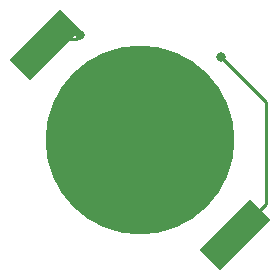
<source format=gbr>
%TF.GenerationSoftware,KiCad,Pcbnew,(6.0.9)*%
%TF.CreationDate,2022-11-12T13:39:38-06:00*%
%TF.ProjectId,ZoeBirthdayRing,5a6f6542-6972-4746-9864-617952696e67,rev?*%
%TF.SameCoordinates,Original*%
%TF.FileFunction,Copper,L2,Bot*%
%TF.FilePolarity,Positive*%
%FSLAX46Y46*%
G04 Gerber Fmt 4.6, Leading zero omitted, Abs format (unit mm)*
G04 Created by KiCad (PCBNEW (6.0.9)) date 2022-11-12 13:39:38*
%MOMM*%
%LPD*%
G01*
G04 APERTURE LIST*
G04 Aperture macros list*
%AMRotRect*
0 Rectangle, with rotation*
0 The origin of the aperture is its center*
0 $1 length*
0 $2 width*
0 $3 Rotation angle, in degrees counterclockwise*
0 Add horizontal line*
21,1,$1,$2,0,0,$3*%
G04 Aperture macros list end*
%TA.AperFunction,SMDPad,CuDef*%
%ADD10RotRect,2.400000X6.100000X135.000000*%
%TD*%
%TA.AperFunction,SMDPad,CuDef*%
%ADD11C,16.000000*%
%TD*%
%TA.AperFunction,ViaPad*%
%ADD12C,0.800000*%
%TD*%
%TA.AperFunction,Conductor*%
%ADD13C,0.250000*%
%TD*%
G04 APERTURE END LIST*
D10*
%TO.P,BT1,1,+*%
%TO.N,Net-(BT1-Pad1)*%
X166092579Y-99858746D03*
X150041255Y-83807422D03*
D11*
%TO.P,BT1,2,-*%
%TO.N,Net-(BT1-Pad2)*%
X158066917Y-91833084D03*
%TD*%
D12*
%TO.N,Net-(BT1-Pad1)*%
X152950000Y-82950000D03*
X164900000Y-84800000D03*
%TO.N,Net-(BT1-Pad2)*%
X158100000Y-91300000D03*
%TD*%
D13*
%TO.N,Net-(BT1-Pad1)*%
X168724999Y-94375001D02*
X168700000Y-94400000D01*
X168724999Y-88624999D02*
X168724999Y-94375001D01*
X164900000Y-84800000D02*
X168724999Y-88624999D01*
X168700000Y-94400000D02*
X168700000Y-97251325D01*
X168700000Y-97251325D02*
X166092579Y-99858746D01*
X152950000Y-82950000D02*
X152625662Y-83274338D01*
X152625662Y-83274338D02*
X150074338Y-83274338D01*
%TD*%
M02*

</source>
